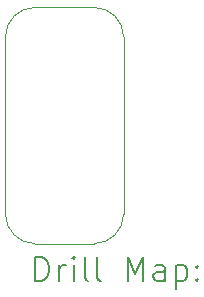
<source format=gbr>
%TF.GenerationSoftware,KiCad,Pcbnew,6.0.9+dfsg-1~bpo11+1*%
%TF.CreationDate,2022-11-06T17:06:25+01:00*%
%TF.ProjectId,load,6c6f6164-2e6b-4696-9361-645f70636258,2*%
%TF.SameCoordinates,Original*%
%TF.FileFunction,Drillmap*%
%TF.FilePolarity,Positive*%
%FSLAX45Y45*%
G04 Gerber Fmt 4.5, Leading zero omitted, Abs format (unit mm)*
G04 Created by KiCad (PCBNEW 6.0.9+dfsg-1~bpo11+1) date 2022-11-06 17:06:25*
%MOMM*%
%LPD*%
G01*
G04 APERTURE LIST*
%ADD10C,0.100000*%
%ADD11C,0.200000*%
G04 APERTURE END LIST*
D10*
X16250000Y-8500000D02*
X16250000Y-10000000D01*
X15500000Y-8250000D02*
G75*
G03*
X15250000Y-8500000I0J-250000D01*
G01*
X15250000Y-10000000D02*
G75*
G03*
X15500000Y-10250000I250000J0D01*
G01*
X16000000Y-10250000D02*
G75*
G03*
X16250000Y-10000000I0J250000D01*
G01*
X15500000Y-8250000D02*
X16000000Y-8250000D01*
X15250000Y-10000000D02*
X15250000Y-8500000D01*
X16000000Y-10250000D02*
X15500000Y-10250000D01*
X16250000Y-8500000D02*
G75*
G03*
X16000000Y-8250000I-250000J0D01*
G01*
D11*
X15502619Y-10565476D02*
X15502619Y-10365476D01*
X15550238Y-10365476D01*
X15578809Y-10375000D01*
X15597857Y-10394048D01*
X15607381Y-10413095D01*
X15616905Y-10451190D01*
X15616905Y-10479762D01*
X15607381Y-10517857D01*
X15597857Y-10536905D01*
X15578809Y-10555952D01*
X15550238Y-10565476D01*
X15502619Y-10565476D01*
X15702619Y-10565476D02*
X15702619Y-10432143D01*
X15702619Y-10470238D02*
X15712143Y-10451190D01*
X15721667Y-10441667D01*
X15740714Y-10432143D01*
X15759762Y-10432143D01*
X15826428Y-10565476D02*
X15826428Y-10432143D01*
X15826428Y-10365476D02*
X15816905Y-10375000D01*
X15826428Y-10384524D01*
X15835952Y-10375000D01*
X15826428Y-10365476D01*
X15826428Y-10384524D01*
X15950238Y-10565476D02*
X15931190Y-10555952D01*
X15921667Y-10536905D01*
X15921667Y-10365476D01*
X16055000Y-10565476D02*
X16035952Y-10555952D01*
X16026428Y-10536905D01*
X16026428Y-10365476D01*
X16283571Y-10565476D02*
X16283571Y-10365476D01*
X16350238Y-10508333D01*
X16416905Y-10365476D01*
X16416905Y-10565476D01*
X16597857Y-10565476D02*
X16597857Y-10460714D01*
X16588333Y-10441667D01*
X16569286Y-10432143D01*
X16531190Y-10432143D01*
X16512143Y-10441667D01*
X16597857Y-10555952D02*
X16578809Y-10565476D01*
X16531190Y-10565476D01*
X16512143Y-10555952D01*
X16502619Y-10536905D01*
X16502619Y-10517857D01*
X16512143Y-10498810D01*
X16531190Y-10489286D01*
X16578809Y-10489286D01*
X16597857Y-10479762D01*
X16693095Y-10432143D02*
X16693095Y-10632143D01*
X16693095Y-10441667D02*
X16712143Y-10432143D01*
X16750238Y-10432143D01*
X16769286Y-10441667D01*
X16778810Y-10451190D01*
X16788333Y-10470238D01*
X16788333Y-10527381D01*
X16778810Y-10546429D01*
X16769286Y-10555952D01*
X16750238Y-10565476D01*
X16712143Y-10565476D01*
X16693095Y-10555952D01*
X16874048Y-10546429D02*
X16883571Y-10555952D01*
X16874048Y-10565476D01*
X16864524Y-10555952D01*
X16874048Y-10546429D01*
X16874048Y-10565476D01*
X16874048Y-10441667D02*
X16883571Y-10451190D01*
X16874048Y-10460714D01*
X16864524Y-10451190D01*
X16874048Y-10441667D01*
X16874048Y-10460714D01*
M02*

</source>
